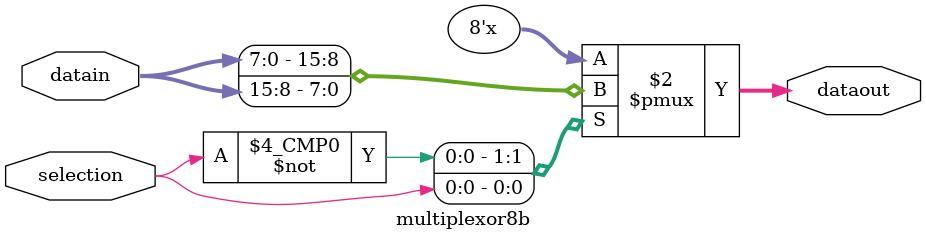
<source format=v>
module multiplexor8b #(
parameter R=2, //Número de señales de entrada
parameter T=8, //Número de bits sseñal de entrada
parameter N=1  //Número de bits dedicados para la selección de registros I/O TODO: Log2(N) Aproximar hacia arriba, por lo menos. 
)
(
input [N-1:0] selection,//Señal de selección para la escogencia del registro de salida.
input[R*T-1:0] datain,//Bus de datos de entrada. //TODO: Conectar siempre en orden desde 1 hasta la cantidad de registros totales. Así al seleccionar 1 se selecciona el registro 1 y así sucesivamente.
output reg [T-1:0] dataout//Datos escogidos.
);


//Operación de selección

always @(*) 
	begin
		case(selection)
			0: dataout=datain[7:0];
			1: dataout=datain[15:8];
			default dataout=0;
		endcase
	end
endmodule
</source>
